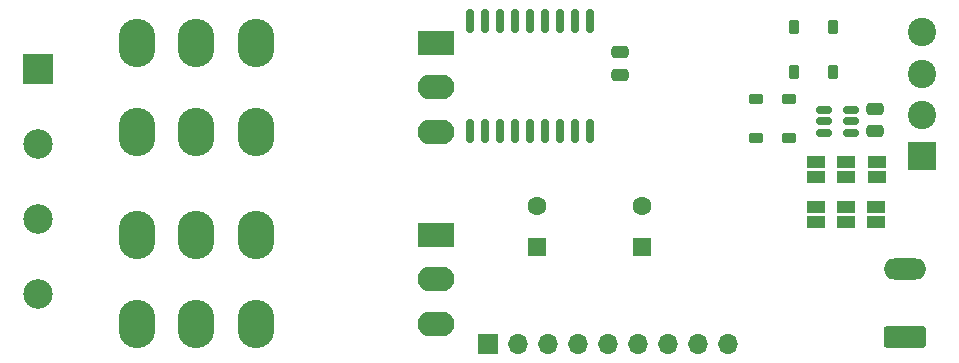
<source format=gbr>
%TF.GenerationSoftware,KiCad,Pcbnew,8.0.1*%
%TF.CreationDate,2024-04-25T23:30:25+02:00*%
%TF.ProjectId,2in-2out_2.0,32696e2d-326f-4757-945f-322e302e6b69,rev?*%
%TF.SameCoordinates,Original*%
%TF.FileFunction,Soldermask,Bot*%
%TF.FilePolarity,Negative*%
%FSLAX46Y46*%
G04 Gerber Fmt 4.6, Leading zero omitted, Abs format (unit mm)*
G04 Created by KiCad (PCBNEW 8.0.1) date 2024-04-25 23:30:25*
%MOMM*%
%LPD*%
G01*
G04 APERTURE LIST*
G04 Aperture macros list*
%AMRoundRect*
0 Rectangle with rounded corners*
0 $1 Rounding radius*
0 $2 $3 $4 $5 $6 $7 $8 $9 X,Y pos of 4 corners*
0 Add a 4 corners polygon primitive as box body*
4,1,4,$2,$3,$4,$5,$6,$7,$8,$9,$2,$3,0*
0 Add four circle primitives for the rounded corners*
1,1,$1+$1,$2,$3*
1,1,$1+$1,$4,$5*
1,1,$1+$1,$6,$7*
1,1,$1+$1,$8,$9*
0 Add four rect primitives between the rounded corners*
20,1,$1+$1,$2,$3,$4,$5,0*
20,1,$1+$1,$4,$5,$6,$7,0*
20,1,$1+$1,$6,$7,$8,$9,0*
20,1,$1+$1,$8,$9,$2,$3,0*%
G04 Aperture macros list end*
%ADD10R,2.500000X2.500000*%
%ADD11C,2.500000*%
%ADD12R,2.400000X2.400000*%
%ADD13C,2.400000*%
%ADD14RoundRect,0.250000X1.550000X-0.650000X1.550000X0.650000X-1.550000X0.650000X-1.550000X-0.650000X0*%
%ADD15O,3.600000X1.800000*%
%ADD16O,3.101600X4.101600*%
%ADD17RoundRect,0.050800X-1.500000X-1.000000X1.500000X-1.000000X1.500000X1.000000X-1.500000X1.000000X0*%
%ADD18O,3.101600X2.101600*%
%ADD19R,1.600000X1.600000*%
%ADD20C,1.600000*%
%ADD21R,1.700000X1.700000*%
%ADD22O,1.700000X1.700000*%
%ADD23R,1.500000X1.000000*%
%ADD24RoundRect,0.250000X0.475000X-0.250000X0.475000X0.250000X-0.475000X0.250000X-0.475000X-0.250000X0*%
%ADD25RoundRect,0.150000X-0.512500X-0.150000X0.512500X-0.150000X0.512500X0.150000X-0.512500X0.150000X0*%
%ADD26RoundRect,0.150000X-0.150000X0.875000X-0.150000X-0.875000X0.150000X-0.875000X0.150000X0.875000X0*%
%ADD27RoundRect,0.225000X0.375000X-0.225000X0.375000X0.225000X-0.375000X0.225000X-0.375000X-0.225000X0*%
%ADD28RoundRect,0.225000X-0.225000X-0.375000X0.225000X-0.375000X0.225000X0.375000X-0.225000X0.375000X0*%
G04 APERTURE END LIST*
D10*
%TO.C,J5*%
X111366051Y-42727996D03*
D11*
X111366051Y-49077996D03*
X111366051Y-55427996D03*
X111366051Y-61777996D03*
%TD*%
D12*
%TO.C,J2*%
X186283600Y-50073200D03*
D13*
X186283600Y-46573200D03*
X186283600Y-43073200D03*
X186283600Y-39573200D03*
%TD*%
D14*
%TO.C,X9*%
X184785000Y-65405000D03*
D15*
X184785000Y-59655000D03*
%TD*%
D16*
%TO.C,K2*%
X124790000Y-48000000D03*
X124790000Y-40500000D03*
X129830000Y-48000000D03*
X129830000Y-40500000D03*
X119750000Y-48000000D03*
X119750000Y-40500000D03*
D17*
X145090000Y-40500000D03*
D18*
X145090000Y-48000000D03*
X145090000Y-44250000D03*
%TD*%
D19*
%TO.C,C1*%
X162560000Y-57785000D03*
D20*
X162560000Y-54285000D03*
%TD*%
D21*
%TO.C,J1*%
X149460000Y-66000000D03*
D22*
X152000000Y-66000000D03*
X154540000Y-66000000D03*
X157080000Y-66000000D03*
X159620000Y-66000000D03*
X162160000Y-66000000D03*
X164700000Y-66000000D03*
X167240000Y-66000000D03*
X169780000Y-66000000D03*
%TD*%
D16*
%TO.C,K1*%
X124790000Y-64250000D03*
X124790000Y-56750000D03*
X129830000Y-64250000D03*
X129830000Y-56750000D03*
X119750000Y-64250000D03*
X119750000Y-56750000D03*
D17*
X145090000Y-56750000D03*
D18*
X145090000Y-64250000D03*
X145090000Y-60500000D03*
%TD*%
D19*
%TO.C,C2*%
X153670000Y-57785000D03*
D20*
X153670000Y-54285000D03*
%TD*%
D23*
%TO.C,SJ6*%
X182322500Y-55656250D03*
X182322500Y-54356250D03*
%TD*%
%TO.C,SJ5*%
X179782500Y-55656250D03*
X179782500Y-54356250D03*
%TD*%
D24*
%TO.C,C3*%
X160655000Y-43180000D03*
X160655000Y-41280000D03*
%TD*%
D25*
%TO.C,TVS1*%
X177932500Y-48072500D03*
X177932500Y-47122500D03*
X177932500Y-46172500D03*
X180207500Y-46172500D03*
X180207500Y-47122500D03*
X180207500Y-48072500D03*
%TD*%
D23*
%TO.C,SJ4*%
X177242500Y-50546250D03*
X177242500Y-51846250D03*
%TD*%
D26*
%TO.C,IC1*%
X147955000Y-38605000D03*
X149225000Y-38605000D03*
X150495000Y-38605000D03*
X151765000Y-38605000D03*
X153035000Y-38605000D03*
X154305000Y-38605000D03*
X155575000Y-38605000D03*
X156845000Y-38605000D03*
X158115000Y-38605000D03*
X158115000Y-47905000D03*
X156845000Y-47905000D03*
X155575000Y-47905000D03*
X154305000Y-47905000D03*
X153035000Y-47905000D03*
X151765000Y-47905000D03*
X150495000Y-47905000D03*
X149225000Y-47905000D03*
X147955000Y-47905000D03*
%TD*%
D24*
%TO.C,C4*%
X182245000Y-47940000D03*
X182245000Y-46040000D03*
%TD*%
D27*
%TO.C,D5*%
X172210000Y-48512000D03*
X172210000Y-45212000D03*
%TD*%
D28*
%TO.C,D2*%
X175388000Y-42926000D03*
X178688000Y-42926000D03*
%TD*%
D27*
%TO.C,D7*%
X175006000Y-48512000D03*
X175006000Y-45212000D03*
%TD*%
D23*
%TO.C,SJ3*%
X182407500Y-50546250D03*
X182407500Y-51846250D03*
%TD*%
%TO.C,SJ2*%
X179807500Y-50546250D03*
X179807500Y-51846250D03*
%TD*%
%TO.C,SJ7*%
X177242500Y-55641250D03*
X177242500Y-54341250D03*
%TD*%
D28*
%TO.C,D4*%
X175388000Y-39116000D03*
X178688000Y-39116000D03*
%TD*%
M02*

</source>
